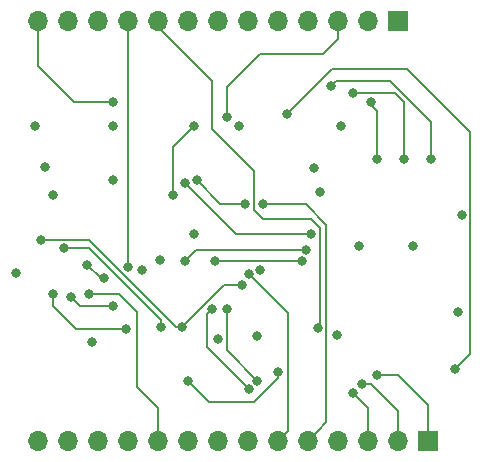
<source format=gbr>
%TF.GenerationSoftware,KiCad,Pcbnew,(6.0.0-0)*%
%TF.CreationDate,2022-01-18T20:41:07-05:00*%
%TF.ProjectId,Flags Register,466c6167-7320-4526-9567-69737465722e,rev?*%
%TF.SameCoordinates,Original*%
%TF.FileFunction,Copper,L4,Bot*%
%TF.FilePolarity,Positive*%
%FSLAX46Y46*%
G04 Gerber Fmt 4.6, Leading zero omitted, Abs format (unit mm)*
G04 Created by KiCad (PCBNEW (6.0.0-0)) date 2022-01-18 20:41:07*
%MOMM*%
%LPD*%
G01*
G04 APERTURE LIST*
%TA.AperFunction,ComponentPad*%
%ADD10R,1.700000X1.700000*%
%TD*%
%TA.AperFunction,ComponentPad*%
%ADD11O,1.700000X1.700000*%
%TD*%
%TA.AperFunction,ViaPad*%
%ADD12C,0.800000*%
%TD*%
%TA.AperFunction,Conductor*%
%ADD13C,0.200000*%
%TD*%
G04 APERTURE END LIST*
D10*
%TO.P,J2,1,Pin_1*%
%TO.N,BUS0*%
X86106000Y-119888000D03*
D11*
%TO.P,J2,2,Pin_2*%
%TO.N,BUS1*%
X83566000Y-119888000D03*
%TO.P,J2,3,Pin_3*%
%TO.N,BUS2*%
X81026000Y-119888000D03*
%TO.P,J2,4,Pin_4*%
%TO.N,BUS3*%
X78486000Y-119888000D03*
%TO.P,J2,5,Pin_5*%
%TO.N,B7*%
X75946000Y-119888000D03*
%TO.P,J2,6,Pin_6*%
%TO.N,A7*%
X73406000Y-119888000D03*
%TO.P,J2,7,Pin_7*%
%TO.N,RES7*%
X70866000Y-119888000D03*
%TO.P,J2,8,Pin_8*%
%TO.N,RES6*%
X68326000Y-119888000D03*
%TO.P,J2,9,Pin_9*%
%TO.N,RES5*%
X65786000Y-119888000D03*
%TO.P,J2,10,Pin_10*%
%TO.N,RES4*%
X63246000Y-119888000D03*
%TO.P,J2,11,Pin_11*%
%TO.N,RES3*%
X60706000Y-119888000D03*
%TO.P,J2,12,Pin_12*%
%TO.N,RES2*%
X58166000Y-119888000D03*
%TO.P,J2,13,Pin_13*%
%TO.N,RES1*%
X55626000Y-119888000D03*
%TO.P,J2,14,Pin_14*%
%TO.N,RES0*%
X53086000Y-119888000D03*
%TD*%
D10*
%TO.P,J1,1,Pin_1*%
%TO.N,GND*%
X83566000Y-84328000D03*
D11*
%TO.P,J1,2,Pin_2*%
%TO.N,VCC*%
X81026000Y-84328000D03*
%TO.P,J1,3,Pin_3*%
%TO.N,RESET*%
X78486000Y-84328000D03*
%TO.P,J1,4,Pin_4*%
%TO.N,ZF*%
X75946000Y-84328000D03*
%TO.P,J1,5,Pin_5*%
%TO.N,OF*%
X73406000Y-84328000D03*
%TO.P,J1,6,Pin_6*%
%TO.N,SF*%
X70866000Y-84328000D03*
%TO.P,J1,7,Pin_7*%
%TO.N,CF*%
X68326000Y-84328000D03*
%TO.P,J1,8,Pin_8*%
%TO.N,~{LATCH_FLAGS}*%
X65786000Y-84328000D03*
%TO.P,J1,9,Pin_9*%
%TO.N,CLOCK*%
X63246000Y-84328000D03*
%TO.P,J1,10,Pin_10*%
%TO.N,RESTORE_FLAGS*%
X60706000Y-84328000D03*
%TO.P,J1,11,Pin_11*%
%TO.N,ARITHMETIC_CARRY_OUT*%
X58166000Y-84328000D03*
%TO.P,J1,12,Pin_12*%
%TO.N,LOGICAL_CARRY_OUT*%
X55626000Y-84328000D03*
%TO.P,J1,13,Pin_13*%
%TO.N,~{FLAG_OUT}*%
X53086000Y-84328000D03*
%TD*%
D12*
%TO.N,GND*%
X53706000Y-96662000D03*
X59436000Y-97790000D03*
X54356000Y-99060000D03*
X88961990Y-100734500D03*
X68326000Y-111252000D03*
X84836000Y-103378000D03*
X76934000Y-98813488D03*
X71628000Y-110998000D03*
X66294000Y-102362000D03*
X57658000Y-111506000D03*
X76484000Y-96744000D03*
X63399000Y-104547000D03*
X78387750Y-110899750D03*
%TO.N,VCC*%
X51246010Y-105664000D03*
X80264000Y-103378000D03*
X52832000Y-93218000D03*
X71882000Y-105410000D03*
X70104000Y-93218000D03*
X61923392Y-105383427D03*
X88646000Y-108966000D03*
X59436000Y-93218000D03*
%TO.N,RESTORE_FLAGS*%
X60706000Y-105156000D03*
%TO.N,CLOCK*%
X76809000Y-110337000D03*
%TO.N,CF*%
X78740000Y-93218000D03*
%TO.N,SF*%
X86360000Y-96012000D03*
X77878490Y-89848155D03*
%TO.N,OF*%
X84074000Y-96012000D03*
X79756000Y-90424000D03*
%TO.N,ZF*%
X81280000Y-91186000D03*
X81788000Y-96012000D03*
%TO.N,RESET*%
X69088000Y-92456000D03*
%TO.N,RES4*%
X57404000Y-107442000D03*
%TO.N,RES5*%
X59461834Y-108432166D03*
X55880000Y-107696000D03*
%TO.N,RES6*%
X54356000Y-107442000D03*
X60514231Y-110422695D03*
%TO.N,RES7*%
X53340000Y-102870000D03*
X70358000Y-106680000D03*
X65278000Y-110236000D03*
%TO.N,A7*%
X70933305Y-105726231D03*
%TO.N,B7*%
X72136000Y-99822000D03*
%TO.N,BUS3*%
X67818000Y-108712000D03*
X70964995Y-115497041D03*
%TO.N,BUS2*%
X69088000Y-108712000D03*
X71672110Y-114789926D03*
X79771832Y-115839832D03*
%TO.N,BUS1*%
X80518000Y-115062000D03*
%TO.N,BUS0*%
X65786000Y-114808000D03*
X81788000Y-114300000D03*
X73406000Y-114046000D03*
%TO.N,MUX_OVERFLOW*%
X68072000Y-104648000D03*
X75438000Y-104648000D03*
%TO.N,MUX_ZERO*%
X65532000Y-104648000D03*
X75779616Y-103708147D03*
%TO.N,~{FLAG_OUT}*%
X59436000Y-91186000D03*
X74168000Y-92202000D03*
X88392000Y-113792000D03*
%TO.N,Net-(U35-Pad3)*%
X55320105Y-103570010D03*
X63500000Y-110236000D03*
%TO.N,Net-(U36-Pad10)*%
X57277760Y-104948703D03*
X58685899Y-106132230D03*
%TO.N,Net-(U37-Pad13)*%
X76200000Y-102362000D03*
X65532000Y-98044000D03*
%TO.N,Net-(U37-Pad12)*%
X66523500Y-97814500D03*
X70612000Y-99822000D03*
%TO.N,Net-(U37-Pad3)*%
X64516000Y-99060000D03*
X66294000Y-93218000D03*
%TD*%
D13*
%TO.N,RESTORE_FLAGS*%
X60706000Y-105156000D02*
X60706000Y-84328000D01*
%TO.N,CLOCK*%
X76200000Y-101092000D02*
X72136000Y-101092000D01*
X76809000Y-110337000D02*
X76809000Y-110135000D01*
X76962000Y-101854000D02*
X76200000Y-101092000D01*
X67818000Y-89408000D02*
X63246000Y-84836000D01*
X63246000Y-84836000D02*
X63246000Y-84328000D01*
X72136000Y-101092000D02*
X71374000Y-100330000D01*
X71374000Y-100330000D02*
X71374000Y-97028000D01*
X67818000Y-93472000D02*
X67818000Y-89408000D01*
X76809000Y-110135000D02*
X76962000Y-109982000D01*
X71374000Y-97028000D02*
X67818000Y-93472000D01*
X76962000Y-109982000D02*
X76962000Y-101854000D01*
%TO.N,SF*%
X86360000Y-92906300D02*
X82901856Y-89448156D01*
X78278489Y-89448156D02*
X77878490Y-89848155D01*
X86360000Y-96012000D02*
X86360000Y-92906300D01*
X82901856Y-89448156D02*
X78278489Y-89448156D01*
%TO.N,OF*%
X79756000Y-90424000D02*
X83312000Y-90424000D01*
X84074000Y-91186000D02*
X84074000Y-96012000D01*
X83312000Y-90424000D02*
X84074000Y-91186000D01*
%TO.N,ZF*%
X81280000Y-91440000D02*
X81788000Y-91948000D01*
X81280000Y-91186000D02*
X81280000Y-91440000D01*
X81788000Y-91948000D02*
X81788000Y-96012000D01*
%TO.N,RESET*%
X69088000Y-92456000D02*
X69088000Y-89916000D01*
X78486000Y-85852000D02*
X78486000Y-84328000D01*
X69088000Y-89916000D02*
X71882000Y-87122000D01*
X71882000Y-87122000D02*
X77216000Y-87122000D01*
X77216000Y-87122000D02*
X78486000Y-85852000D01*
%TO.N,RES4*%
X59944000Y-107442000D02*
X61468000Y-108966000D01*
X57404000Y-107442000D02*
X59944000Y-107442000D01*
X61468000Y-108966000D02*
X61468000Y-115316000D01*
X61468000Y-115316000D02*
X63246000Y-117094000D01*
X63246000Y-117094000D02*
X63246000Y-119888000D01*
%TO.N,RES5*%
X55880000Y-107696000D02*
X56616166Y-108432166D01*
X56616166Y-108432166D02*
X59461834Y-108432166D01*
%TO.N,RES6*%
X54356000Y-108478004D02*
X56305998Y-110428002D01*
X54356000Y-107442000D02*
X54356000Y-108478004D01*
X59948546Y-110422695D02*
X60514231Y-110422695D01*
X59943239Y-110428002D02*
X59948546Y-110422695D01*
X56305998Y-110428002D02*
X59943239Y-110428002D01*
%TO.N,RES7*%
X68834000Y-106680000D02*
X65278000Y-110236000D01*
X70358000Y-106680000D02*
X68834000Y-106680000D01*
X57404000Y-102870000D02*
X64770000Y-110236000D01*
X53340000Y-102870000D02*
X57404000Y-102870000D01*
X64770000Y-110236000D02*
X65278000Y-110236000D01*
%TO.N,A7*%
X71333304Y-106126230D02*
X70933305Y-105726231D01*
X74255999Y-109048925D02*
X71333304Y-106126230D01*
X73406000Y-119888000D02*
X74255999Y-119038001D01*
X74255999Y-119038001D02*
X74255999Y-109048925D01*
%TO.N,B7*%
X77509001Y-118324999D02*
X76795999Y-119038001D01*
X77509001Y-101581301D02*
X77509001Y-118324999D01*
X72136000Y-99822000D02*
X75749700Y-99822000D01*
X76795999Y-119038001D02*
X75946000Y-119888000D01*
X75749700Y-99822000D02*
X77509001Y-101581301D01*
%TO.N,BUS3*%
X67418001Y-111950047D02*
X70964995Y-115497041D01*
X67418001Y-109111999D02*
X67418001Y-111950047D01*
X67818000Y-108712000D02*
X67418001Y-109111999D01*
%TO.N,BUS2*%
X69088000Y-108712000D02*
X69088000Y-112205816D01*
X81026000Y-117094000D02*
X79771832Y-115839832D01*
X69088000Y-112205816D02*
X71672110Y-114789926D01*
X81026000Y-119888000D02*
X81026000Y-117094000D01*
%TO.N,BUS1*%
X83566000Y-117348000D02*
X81280000Y-115062000D01*
X83566000Y-119888000D02*
X83566000Y-117348000D01*
X81280000Y-115062000D02*
X80518000Y-115062000D01*
%TO.N,BUS0*%
X65786000Y-114808000D02*
X67564000Y-116586000D01*
X81788000Y-114300000D02*
X83566000Y-114300000D01*
X83566000Y-114300000D02*
X86106000Y-116840000D01*
X67564000Y-116586000D02*
X71374000Y-116586000D01*
X71374000Y-116586000D02*
X73406000Y-114554000D01*
X86106000Y-116840000D02*
X86106000Y-119888000D01*
X73406000Y-114554000D02*
X73406000Y-114046000D01*
%TO.N,MUX_OVERFLOW*%
X75438000Y-104648000D02*
X68072000Y-104648000D01*
%TO.N,MUX_ZERO*%
X65532000Y-104648000D02*
X66471853Y-103708147D01*
X66471853Y-103708147D02*
X75779616Y-103708147D01*
%TO.N,~{FLAG_OUT}*%
X89662000Y-112522000D02*
X88392000Y-113792000D01*
X89662000Y-93726000D02*
X89662000Y-112522000D01*
X74168000Y-92202000D02*
X77978000Y-88392000D01*
X77978000Y-88392000D02*
X84328000Y-88392000D01*
X53086000Y-84328000D02*
X53086000Y-88138000D01*
X84328000Y-88392000D02*
X89662000Y-93726000D01*
X56134000Y-91186000D02*
X59436000Y-91186000D01*
X53086000Y-88138000D02*
X56134000Y-91186000D01*
%TO.N,Net-(U35-Pad3)*%
X63500000Y-109670315D02*
X57399695Y-103570010D01*
X57399695Y-103570010D02*
X55320105Y-103570010D01*
X63500000Y-110236000D02*
X63500000Y-109670315D01*
%TO.N,Net-(U36-Pad10)*%
X57277760Y-104948703D02*
X58461287Y-106132230D01*
X58461287Y-106132230D02*
X58685899Y-106132230D01*
%TO.N,Net-(U37-Pad13)*%
X69850000Y-102362000D02*
X76200000Y-102362000D01*
X65532000Y-98044000D02*
X69850000Y-102362000D01*
%TO.N,Net-(U37-Pad12)*%
X70612000Y-99822000D02*
X68531000Y-99822000D01*
X68531000Y-99822000D02*
X66523500Y-97814500D01*
%TO.N,Net-(U37-Pad3)*%
X64516000Y-94996000D02*
X66294000Y-93218000D01*
X64516000Y-99060000D02*
X64516000Y-94996000D01*
%TD*%
M02*

</source>
